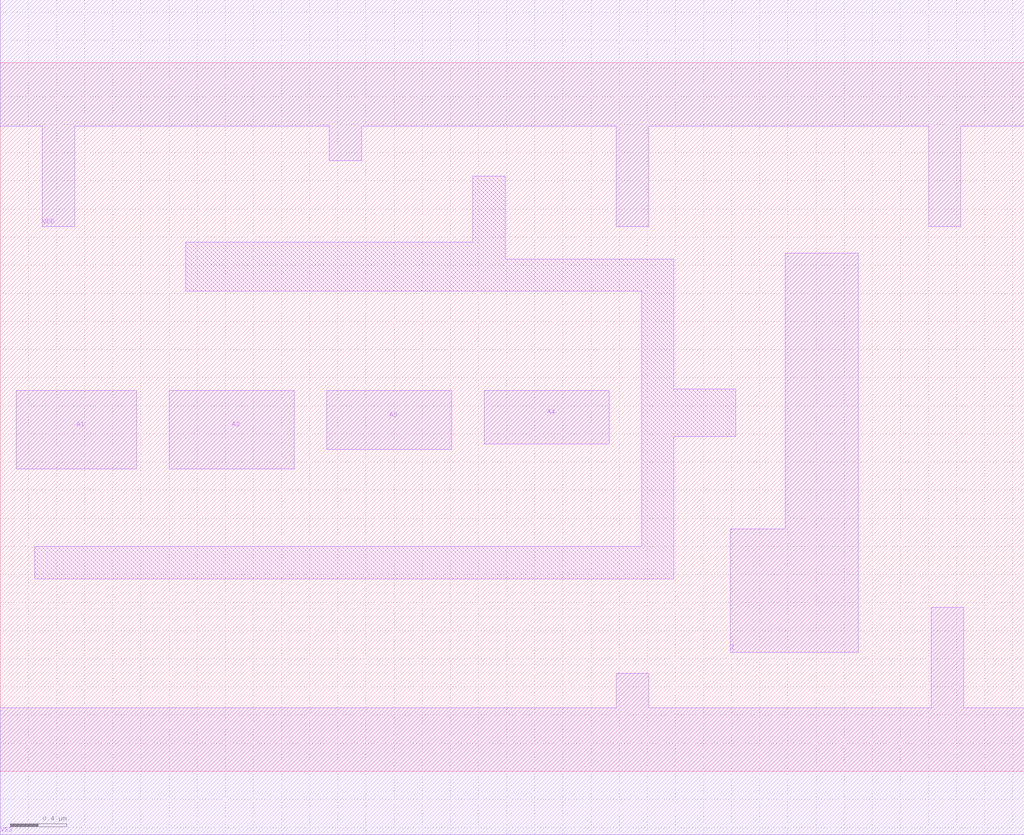
<source format=lef>
# Copyright 2022 GlobalFoundries PDK Authors
#
# Licensed under the Apache License, Version 2.0 (the "License");
# you may not use this file except in compliance with the License.
# You may obtain a copy of the License at
#
#      http://www.apache.org/licenses/LICENSE-2.0
#
# Unless required by applicable law or agreed to in writing, software
# distributed under the License is distributed on an "AS IS" BASIS,
# WITHOUT WARRANTIES OR CONDITIONS OF ANY KIND, either express or implied.
# See the License for the specific language governing permissions and
# limitations under the License.

MACRO gf180mcu_fd_sc_mcu9t5v0__and4_2
  CLASS core ;
  FOREIGN gf180mcu_fd_sc_mcu9t5v0__and4_2 0.0 0.0 ;
  ORIGIN 0 0 ;
  SYMMETRY X Y ;
  SITE GF018hv5v_green_sc9 ;
  SIZE 7.28 BY 5.04 ;
  PIN A1
    DIRECTION INPUT ;
    ANTENNAGATEAREA 1.432 ;
    PORT
      LAYER Metal1 ;
        POLYGON 0.115 2.15 0.97 2.15 0.97 2.71 0.115 2.71  ;
    END
  END A1
  PIN A2
    DIRECTION INPUT ;
    ANTENNAGATEAREA 1.432 ;
    PORT
      LAYER Metal1 ;
        POLYGON 1.2 2.15 2.09 2.15 2.09 2.71 1.2 2.71  ;
    END
  END A2
  PIN A3
    DIRECTION INPUT ;
    ANTENNAGATEAREA 1.432 ;
    PORT
      LAYER Metal1 ;
        POLYGON 2.32 2.29 3.21 2.29 3.21 2.71 2.32 2.71  ;
    END
  END A3
  PIN A4
    DIRECTION INPUT ;
    ANTENNAGATEAREA 1.432 ;
    PORT
      LAYER Metal1 ;
        POLYGON 3.44 2.33 4.33 2.33 4.33 2.71 3.44 2.71  ;
    END
  END A4
  PIN Z
    DIRECTION OUTPUT ;
    ANTENNADIFFAREA 1.638 ;
    PORT
      LAYER Metal1 ;
        POLYGON 5.19 0.845 6.1 0.845 6.1 3.685 5.58 3.685 5.58 1.725 5.19 1.725  ;
    END
  END Z
  PIN VDD
    DIRECTION INOUT ;
    USE power ;
    SHAPE ABUTMENT ;
    PORT
      LAYER Metal1 ;
        POLYGON 0 4.59 0.3 4.59 0.3 3.875 0.53 3.875 0.53 4.59 2.34 4.59 2.34 4.345 2.57 4.345 2.57 4.59 4.38 4.59 4.38 3.875 4.61 3.875 4.61 4.59 5.23 4.59 6.6 4.59 6.6 3.875 6.83 3.875 6.83 4.59 7.28 4.59 7.28 5.49 5.23 5.49 0 5.49  ;
    END
  END VDD
  PIN VSS
    DIRECTION INOUT ;
    USE ground ;
    SHAPE ABUTMENT ;
    PORT
      LAYER Metal1 ;
        POLYGON 0 -0.45 7.28 -0.45 7.28 0.45 6.85 0.45 6.85 1.165 6.62 1.165 6.62 0.45 4.61 0.45 4.61 0.695 4.38 0.695 4.38 0.45 0 0.45  ;
    END
  END VSS
  OBS
      LAYER Metal1 ;
        POLYGON 1.32 3.415 4.56 3.415 4.56 1.6 0.245 1.6 0.245 1.37 4.79 1.37 4.79 2.38 5.23 2.38 5.23 2.72 4.79 2.72 4.79 3.645 3.59 3.645 3.59 4.235 3.36 4.235 3.36 3.765 1.32 3.765  ;
  END
END gf180mcu_fd_sc_mcu9t5v0__and4_2

</source>
